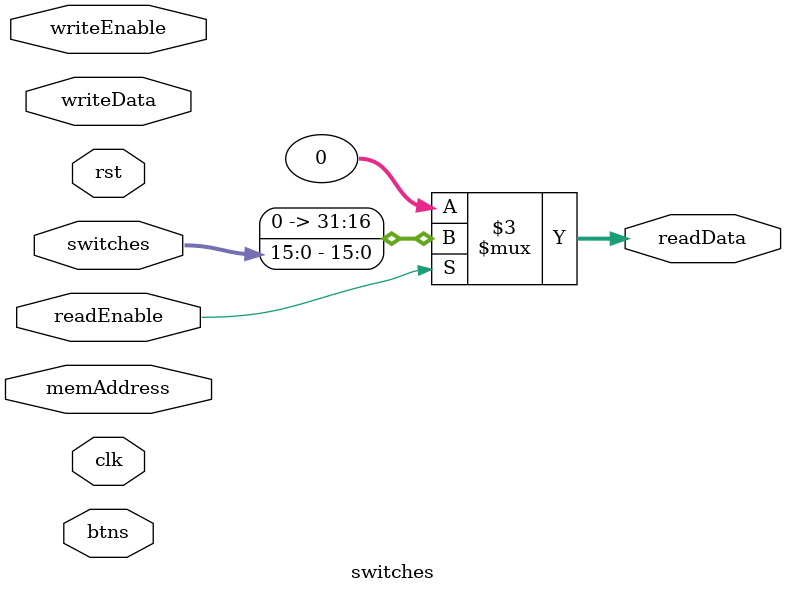
<source format=v>
`timescale 1ns / 1ps
module switches (
input wire clk,
input wire rst,
input wire [15:0] btns, // unused
input wire [15:0] switches,
input wire readEnable,
output reg [31:0] readData,
input wire [31:0] writeData,
input wire writeEnable,
input wire [29:0] memAddress
);
always @(*) begin
if (readEnable) begin
readData = {16'b0, switches};
end else begin
readData = 32'b0;
end
end
endmodule
</source>
